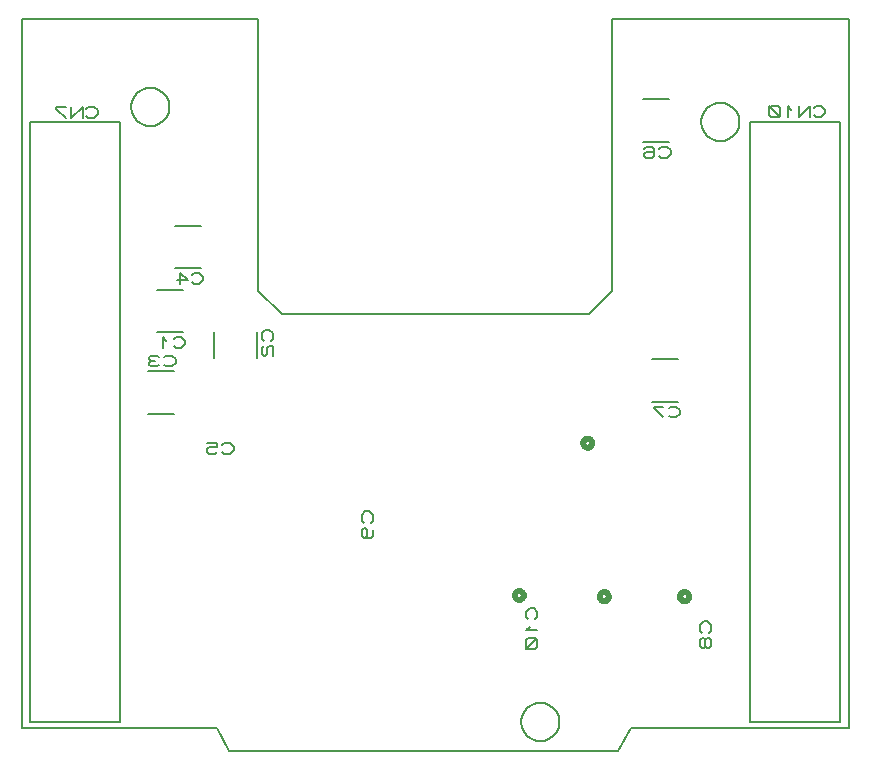
<source format=gbr>
G04 PROTEUS GERBER X2 FILE*
%TF.GenerationSoftware,Labcenter,Proteus,8.12-SP2-Build31155*%
%TF.CreationDate,2022-12-03T19:28:30+00:00*%
%TF.FileFunction,Legend,Bot*%
%TF.FilePolarity,Positive*%
%TF.Part,Single*%
%TF.SameCoordinates,{ab386329-c5d6-4b76-aca3-cb6d5b16447b}*%
%FSLAX45Y45*%
%MOMM*%
G01*
%TA.AperFunction,Profile*%
%ADD20C,0.203200*%
%TA.AperFunction,Material*%
%ADD26C,0.203200*%
%ADD27C,0.508000*%
%ADD29C,0.200000*%
%TD.AperFunction*%
D20*
X+0Y+0D02*
X+1650000Y+0D01*
X+7000000Y+0D02*
X+7000000Y+6000000D01*
X+5000000Y+6000000D01*
X+5000000Y+3700000D01*
X+4800000Y+3500000D01*
X+2200000Y+3500000D01*
X+2000000Y+3700000D02*
X+2000000Y+6000000D01*
X+0Y+6000000D01*
X+0Y+0D01*
X+2000000Y+3700000D02*
X+2200000Y+3500000D01*
X+5160000Y+0D02*
X+7000000Y+0D01*
X+1750000Y-200000D02*
X+5050000Y-200000D01*
X+1650000Y+0D02*
X+1750000Y-200000D01*
X+5160000Y+0D02*
X+5050000Y-200000D01*
X+4550045Y+50000D02*
X+4549508Y+63142D01*
X+4545144Y+89427D01*
X+4536029Y+115712D01*
X+4521182Y+141997D01*
X+4498470Y+168118D01*
X+4472185Y+187898D01*
X+4445900Y+200658D01*
X+4419615Y+208108D01*
X+4393330Y+210987D01*
X+4389000Y+211045D01*
X+4227955Y+50000D02*
X+4228492Y+63142D01*
X+4232856Y+89427D01*
X+4241971Y+115712D01*
X+4256818Y+141997D01*
X+4279530Y+168118D01*
X+4305815Y+187898D01*
X+4332100Y+200658D01*
X+4358385Y+208108D01*
X+4384670Y+210987D01*
X+4389000Y+211045D01*
X+4227955Y+50000D02*
X+4228492Y+36858D01*
X+4232856Y+10573D01*
X+4241971Y-15712D01*
X+4256818Y-41997D01*
X+4279530Y-68118D01*
X+4305815Y-87898D01*
X+4332100Y-100658D01*
X+4358385Y-108108D01*
X+4384670Y-110987D01*
X+4389000Y-111045D01*
X+4550045Y+50000D02*
X+4549508Y+36858D01*
X+4545144Y+10573D01*
X+4536029Y-15712D01*
X+4521182Y-41997D01*
X+4498470Y-68118D01*
X+4472185Y-87898D01*
X+4445900Y-100658D01*
X+4419615Y-108108D01*
X+4393330Y-110987D01*
X+4389000Y-111045D01*
X+6074045Y+5130000D02*
X+6073508Y+5143142D01*
X+6069144Y+5169427D01*
X+6060029Y+5195712D01*
X+6045182Y+5221997D01*
X+6022470Y+5248118D01*
X+5996185Y+5267898D01*
X+5969900Y+5280658D01*
X+5943615Y+5288108D01*
X+5917330Y+5290987D01*
X+5913000Y+5291045D01*
X+5751955Y+5130000D02*
X+5752492Y+5143142D01*
X+5756856Y+5169427D01*
X+5765971Y+5195712D01*
X+5780818Y+5221997D01*
X+5803530Y+5248118D01*
X+5829815Y+5267898D01*
X+5856100Y+5280658D01*
X+5882385Y+5288108D01*
X+5908670Y+5290987D01*
X+5913000Y+5291045D01*
X+5751955Y+5130000D02*
X+5752492Y+5116858D01*
X+5756856Y+5090573D01*
X+5765971Y+5064288D01*
X+5780818Y+5038003D01*
X+5803530Y+5011882D01*
X+5829815Y+4992102D01*
X+5856100Y+4979342D01*
X+5882385Y+4971892D01*
X+5908670Y+4969013D01*
X+5913000Y+4968955D01*
X+6074045Y+5130000D02*
X+6073508Y+5116858D01*
X+6069144Y+5090573D01*
X+6060029Y+5064288D01*
X+6045182Y+5038003D01*
X+6022470Y+5011882D01*
X+5996185Y+4992102D01*
X+5969900Y+4979342D01*
X+5943615Y+4971892D01*
X+5917330Y+4969013D01*
X+5913000Y+4968955D01*
X+1248045Y+5257000D02*
X+1247508Y+5270142D01*
X+1243144Y+5296427D01*
X+1234029Y+5322712D01*
X+1219182Y+5348997D01*
X+1196470Y+5375118D01*
X+1170185Y+5394898D01*
X+1143900Y+5407658D01*
X+1117615Y+5415108D01*
X+1091330Y+5417987D01*
X+1087000Y+5418045D01*
X+925955Y+5257000D02*
X+926492Y+5270142D01*
X+930856Y+5296427D01*
X+939971Y+5322712D01*
X+954818Y+5348997D01*
X+977530Y+5375118D01*
X+1003815Y+5394898D01*
X+1030100Y+5407658D01*
X+1056385Y+5415108D01*
X+1082670Y+5417987D01*
X+1087000Y+5418045D01*
X+925955Y+5257000D02*
X+926492Y+5243858D01*
X+930856Y+5217573D01*
X+939971Y+5191288D01*
X+954818Y+5165003D01*
X+977530Y+5138882D01*
X+1003815Y+5119102D01*
X+1030100Y+5106342D01*
X+1056385Y+5098892D01*
X+1082670Y+5096013D01*
X+1087000Y+5095955D01*
X+1248045Y+5257000D02*
X+1247508Y+5243858D01*
X+1243144Y+5217573D01*
X+1234029Y+5191288D01*
X+1219182Y+5165003D01*
X+1196470Y+5138882D01*
X+1170185Y+5119102D01*
X+1143900Y+5106342D01*
X+1117615Y+5098892D01*
X+1091330Y+5096013D01*
X+1087000Y+5095955D01*
D26*
X+70000Y+46000D02*
X+830000Y+46000D01*
X+830000Y+5126000D01*
X+70000Y+5126000D01*
X+70000Y+46000D01*
X+545250Y+5181880D02*
X+561125Y+5166640D01*
X+608750Y+5166640D01*
X+640500Y+5197120D01*
X+640500Y+5227600D01*
X+608750Y+5258080D01*
X+561125Y+5258080D01*
X+545250Y+5242840D01*
X+513500Y+5166640D02*
X+513500Y+5258080D01*
X+418250Y+5166640D01*
X+418250Y+5258080D01*
X+370625Y+5258080D02*
X+291250Y+5258080D01*
X+291250Y+5242840D01*
X+370625Y+5166640D01*
X+6166000Y+50000D02*
X+6926000Y+50000D01*
X+6926000Y+5130000D01*
X+6166000Y+5130000D01*
X+6166000Y+50000D01*
X+6704750Y+5185880D02*
X+6720625Y+5170640D01*
X+6768250Y+5170640D01*
X+6800000Y+5201120D01*
X+6800000Y+5231600D01*
X+6768250Y+5262080D01*
X+6720625Y+5262080D01*
X+6704750Y+5246840D01*
X+6673000Y+5170640D02*
X+6673000Y+5262080D01*
X+6577750Y+5170640D01*
X+6577750Y+5262080D01*
X+6514250Y+5231600D02*
X+6482500Y+5262080D01*
X+6482500Y+5170640D01*
X+6419000Y+5185880D02*
X+6419000Y+5246840D01*
X+6403125Y+5262080D01*
X+6339625Y+5262080D01*
X+6323750Y+5246840D01*
X+6323750Y+5185880D01*
X+6339625Y+5170640D01*
X+6403125Y+5170640D01*
X+6419000Y+5185880D01*
X+6419000Y+5170640D02*
X+6323750Y+5262080D01*
X+2954280Y+1736750D02*
X+2969520Y+1752625D01*
X+2969520Y+1800250D01*
X+2939040Y+1832000D01*
X+2908560Y+1832000D01*
X+2878080Y+1800250D01*
X+2878080Y+1752625D01*
X+2893320Y+1736750D01*
X+2908560Y+1609750D02*
X+2923800Y+1625625D01*
X+2923800Y+1673250D01*
X+2908560Y+1689125D01*
X+2893320Y+1689125D01*
X+2878080Y+1673250D01*
X+2878080Y+1625625D01*
X+2893320Y+1609750D01*
X+2954280Y+1609750D01*
X+2969520Y+1625625D01*
X+2969520Y+1673250D01*
D27*
X+5648600Y+1110000D02*
X+5648469Y+1113158D01*
X+5647403Y+1119476D01*
X+5645172Y+1125794D01*
X+5641527Y+1132112D01*
X+5635952Y+1138351D01*
X+5629634Y+1142947D01*
X+5623316Y+1145880D01*
X+5616998Y+1147542D01*
X+5610680Y+1148100D01*
X+5610500Y+1148100D01*
X+5572400Y+1110000D02*
X+5572531Y+1113158D01*
X+5573597Y+1119476D01*
X+5575828Y+1125794D01*
X+5579473Y+1132112D01*
X+5585048Y+1138351D01*
X+5591366Y+1142947D01*
X+5597684Y+1145880D01*
X+5604002Y+1147542D01*
X+5610320Y+1148100D01*
X+5610500Y+1148100D01*
X+5572400Y+1110000D02*
X+5572531Y+1106842D01*
X+5573597Y+1100524D01*
X+5575828Y+1094206D01*
X+5579473Y+1087888D01*
X+5585048Y+1081649D01*
X+5591366Y+1077053D01*
X+5597684Y+1074120D01*
X+5604002Y+1072458D01*
X+5610320Y+1071900D01*
X+5610500Y+1071900D01*
X+5648600Y+1110000D02*
X+5648469Y+1106842D01*
X+5647403Y+1100524D01*
X+5645172Y+1094206D01*
X+5641527Y+1087888D01*
X+5635952Y+1081649D01*
X+5629634Y+1077053D01*
X+5623316Y+1074120D01*
X+5616998Y+1072458D01*
X+5610680Y+1071900D01*
X+5610500Y+1071900D01*
D29*
X+1295000Y+4250000D02*
X+1515000Y+4250000D01*
X+1295000Y+3890000D02*
X+1515000Y+3890000D01*
D26*
X+1436750Y+3773320D02*
X+1452625Y+3758080D01*
X+1500250Y+3758080D01*
X+1532000Y+3788560D01*
X+1532000Y+3819040D01*
X+1500250Y+3849520D01*
X+1452625Y+3849520D01*
X+1436750Y+3834280D01*
X+1309750Y+3788560D02*
X+1405000Y+3788560D01*
X+1341500Y+3849520D01*
X+1341500Y+3758080D01*
D29*
X+5255000Y+5320000D02*
X+5475000Y+5320000D01*
X+5255000Y+4960000D02*
X+5475000Y+4960000D01*
D26*
X+5396750Y+4843320D02*
X+5412625Y+4828080D01*
X+5460250Y+4828080D01*
X+5492000Y+4858560D01*
X+5492000Y+4889040D01*
X+5460250Y+4919520D01*
X+5412625Y+4919520D01*
X+5396750Y+4904280D01*
X+5269750Y+4904280D02*
X+5285625Y+4919520D01*
X+5333250Y+4919520D01*
X+5349125Y+4904280D01*
X+5349125Y+4843320D01*
X+5333250Y+4828080D01*
X+5285625Y+4828080D01*
X+5269750Y+4843320D01*
X+5269750Y+4858560D01*
X+5285625Y+4873800D01*
X+5349125Y+4873800D01*
D29*
X+5335000Y+3120000D02*
X+5555000Y+3120000D01*
X+5335000Y+2760000D02*
X+5555000Y+2760000D01*
D26*
X+5476750Y+2643320D02*
X+5492625Y+2628080D01*
X+5540250Y+2628080D01*
X+5572000Y+2658560D01*
X+5572000Y+2689040D01*
X+5540250Y+2719520D01*
X+5492625Y+2719520D01*
X+5476750Y+2704280D01*
X+5429125Y+2719520D02*
X+5349750Y+2719520D01*
X+5349750Y+2704280D01*
X+5429125Y+2628080D01*
X+5816680Y+806750D02*
X+5831920Y+822625D01*
X+5831920Y+870250D01*
X+5801440Y+902000D01*
X+5770960Y+902000D01*
X+5740480Y+870250D01*
X+5740480Y+822625D01*
X+5755720Y+806750D01*
X+5786200Y+743250D02*
X+5770960Y+759125D01*
X+5755720Y+759125D01*
X+5740480Y+743250D01*
X+5740480Y+695625D01*
X+5755720Y+679750D01*
X+5770960Y+679750D01*
X+5786200Y+695625D01*
X+5786200Y+743250D01*
X+5801440Y+759125D01*
X+5816680Y+759125D01*
X+5831920Y+743250D01*
X+5831920Y+695625D01*
X+5816680Y+679750D01*
X+5801440Y+679750D01*
X+5786200Y+695625D01*
D27*
X+4968600Y+1110000D02*
X+4968469Y+1113158D01*
X+4967403Y+1119476D01*
X+4965172Y+1125794D01*
X+4961527Y+1132112D01*
X+4955952Y+1138351D01*
X+4949634Y+1142947D01*
X+4943316Y+1145880D01*
X+4936998Y+1147542D01*
X+4930680Y+1148100D01*
X+4930500Y+1148100D01*
X+4892400Y+1110000D02*
X+4892531Y+1113158D01*
X+4893597Y+1119476D01*
X+4895828Y+1125794D01*
X+4899473Y+1132112D01*
X+4905048Y+1138351D01*
X+4911366Y+1142947D01*
X+4917684Y+1145880D01*
X+4924002Y+1147542D01*
X+4930320Y+1148100D01*
X+4930500Y+1148100D01*
X+4892400Y+1110000D02*
X+4892531Y+1106842D01*
X+4893597Y+1100524D01*
X+4895828Y+1094206D01*
X+4899473Y+1087888D01*
X+4905048Y+1081649D01*
X+4911366Y+1077053D01*
X+4917684Y+1074120D01*
X+4924002Y+1072458D01*
X+4930320Y+1071900D01*
X+4930500Y+1071900D01*
X+4968600Y+1110000D02*
X+4968469Y+1106842D01*
X+4967403Y+1100524D01*
X+4965172Y+1094206D01*
X+4961527Y+1087888D01*
X+4955952Y+1081649D01*
X+4949634Y+1077053D01*
X+4943316Y+1074120D01*
X+4936998Y+1072458D01*
X+4930680Y+1071900D01*
X+4930500Y+1071900D01*
X+4248600Y+1120000D02*
X+4248469Y+1123158D01*
X+4247403Y+1129476D01*
X+4245172Y+1135794D01*
X+4241527Y+1142112D01*
X+4235952Y+1148351D01*
X+4229634Y+1152947D01*
X+4223316Y+1155880D01*
X+4216998Y+1157542D01*
X+4210680Y+1158100D01*
X+4210500Y+1158100D01*
X+4172400Y+1120000D02*
X+4172531Y+1123158D01*
X+4173597Y+1129476D01*
X+4175828Y+1135794D01*
X+4179473Y+1142112D01*
X+4185048Y+1148351D01*
X+4191366Y+1152947D01*
X+4197684Y+1155880D01*
X+4204002Y+1157542D01*
X+4210320Y+1158100D01*
X+4210500Y+1158100D01*
X+4172400Y+1120000D02*
X+4172531Y+1116842D01*
X+4173597Y+1110524D01*
X+4175828Y+1104206D01*
X+4179473Y+1097888D01*
X+4185048Y+1091649D01*
X+4191366Y+1087053D01*
X+4197684Y+1084120D01*
X+4204002Y+1082458D01*
X+4210320Y+1081900D01*
X+4210500Y+1081900D01*
X+4248600Y+1120000D02*
X+4248469Y+1116842D01*
X+4247403Y+1110524D01*
X+4245172Y+1104206D01*
X+4241527Y+1097888D01*
X+4235952Y+1091649D01*
X+4229634Y+1087053D01*
X+4223316Y+1084120D01*
X+4216998Y+1082458D01*
X+4210680Y+1081900D01*
X+4210500Y+1081900D01*
D26*
X+4346680Y+920250D02*
X+4361920Y+936125D01*
X+4361920Y+983750D01*
X+4331440Y+1015500D01*
X+4300960Y+1015500D01*
X+4270480Y+983750D01*
X+4270480Y+936125D01*
X+4285720Y+920250D01*
X+4300960Y+856750D02*
X+4270480Y+825000D01*
X+4361920Y+825000D01*
X+4346680Y+761500D02*
X+4285720Y+761500D01*
X+4270480Y+745625D01*
X+4270480Y+682125D01*
X+4285720Y+666250D01*
X+4346680Y+666250D01*
X+4361920Y+682125D01*
X+4361920Y+745625D01*
X+4346680Y+761500D01*
X+4361920Y+761500D02*
X+4270480Y+666250D01*
D27*
X+4828600Y+2410000D02*
X+4828469Y+2413158D01*
X+4827403Y+2419476D01*
X+4825172Y+2425794D01*
X+4821527Y+2432112D01*
X+4815952Y+2438351D01*
X+4809634Y+2442947D01*
X+4803316Y+2445880D01*
X+4796998Y+2447542D01*
X+4790680Y+2448100D01*
X+4790500Y+2448100D01*
X+4752400Y+2410000D02*
X+4752531Y+2413158D01*
X+4753597Y+2419476D01*
X+4755828Y+2425794D01*
X+4759473Y+2432112D01*
X+4765048Y+2438351D01*
X+4771366Y+2442947D01*
X+4777684Y+2445880D01*
X+4784002Y+2447542D01*
X+4790320Y+2448100D01*
X+4790500Y+2448100D01*
X+4752400Y+2410000D02*
X+4752531Y+2406842D01*
X+4753597Y+2400524D01*
X+4755828Y+2394206D01*
X+4759473Y+2387888D01*
X+4765048Y+2381649D01*
X+4771366Y+2377053D01*
X+4777684Y+2374120D01*
X+4784002Y+2372458D01*
X+4790320Y+2371900D01*
X+4790500Y+2371900D01*
X+4828600Y+2410000D02*
X+4828469Y+2406842D01*
X+4827403Y+2400524D01*
X+4825172Y+2394206D01*
X+4821527Y+2387888D01*
X+4815952Y+2381649D01*
X+4809634Y+2377053D01*
X+4803316Y+2374120D01*
X+4796998Y+2372458D01*
X+4790680Y+2371900D01*
X+4790500Y+2371900D01*
D29*
X+1145000Y+3710000D02*
X+1365000Y+3710000D01*
X+1145000Y+3350000D02*
X+1365000Y+3350000D01*
D26*
X+1286750Y+3233320D02*
X+1302625Y+3218080D01*
X+1350250Y+3218080D01*
X+1382000Y+3248560D01*
X+1382000Y+3279040D01*
X+1350250Y+3309520D01*
X+1302625Y+3309520D01*
X+1286750Y+3294280D01*
X+1223250Y+3279040D02*
X+1191500Y+3309520D01*
X+1191500Y+3218080D01*
D29*
X+1630000Y+3135000D02*
X+1630000Y+3355000D01*
X+1990000Y+3135000D02*
X+1990000Y+3355000D01*
D26*
X+2106680Y+3276750D02*
X+2121920Y+3292625D01*
X+2121920Y+3340250D01*
X+2091440Y+3372000D01*
X+2060960Y+3372000D01*
X+2030480Y+3340250D01*
X+2030480Y+3292625D01*
X+2045720Y+3276750D01*
X+2045720Y+3229125D02*
X+2030480Y+3213250D01*
X+2030480Y+3165625D01*
X+2045720Y+3149750D01*
X+2060960Y+3149750D01*
X+2076200Y+3165625D01*
X+2076200Y+3213250D01*
X+2091440Y+3229125D01*
X+2121920Y+3229125D01*
X+2121920Y+3149750D01*
D29*
X+1285000Y+2660000D02*
X+1065000Y+2660000D01*
X+1285000Y+3020000D02*
X+1065000Y+3020000D01*
D26*
X+1206750Y+3075720D02*
X+1222625Y+3060480D01*
X+1270250Y+3060480D01*
X+1302000Y+3090960D01*
X+1302000Y+3121440D01*
X+1270250Y+3151920D01*
X+1222625Y+3151920D01*
X+1206750Y+3136680D01*
X+1159125Y+3136680D02*
X+1143250Y+3151920D01*
X+1095625Y+3151920D01*
X+1079750Y+3136680D01*
X+1079750Y+3121440D01*
X+1095625Y+3106200D01*
X+1079750Y+3090960D01*
X+1079750Y+3075720D01*
X+1095625Y+3060480D01*
X+1143250Y+3060480D01*
X+1159125Y+3075720D01*
X+1127375Y+3106200D02*
X+1095625Y+3106200D01*
X+1696750Y+2333320D02*
X+1712625Y+2318080D01*
X+1760250Y+2318080D01*
X+1792000Y+2348560D01*
X+1792000Y+2379040D01*
X+1760250Y+2409520D01*
X+1712625Y+2409520D01*
X+1696750Y+2394280D01*
X+1569750Y+2409520D02*
X+1649125Y+2409520D01*
X+1649125Y+2379040D01*
X+1585625Y+2379040D01*
X+1569750Y+2363800D01*
X+1569750Y+2333320D01*
X+1585625Y+2318080D01*
X+1633250Y+2318080D01*
X+1649125Y+2333320D01*
M02*

</source>
